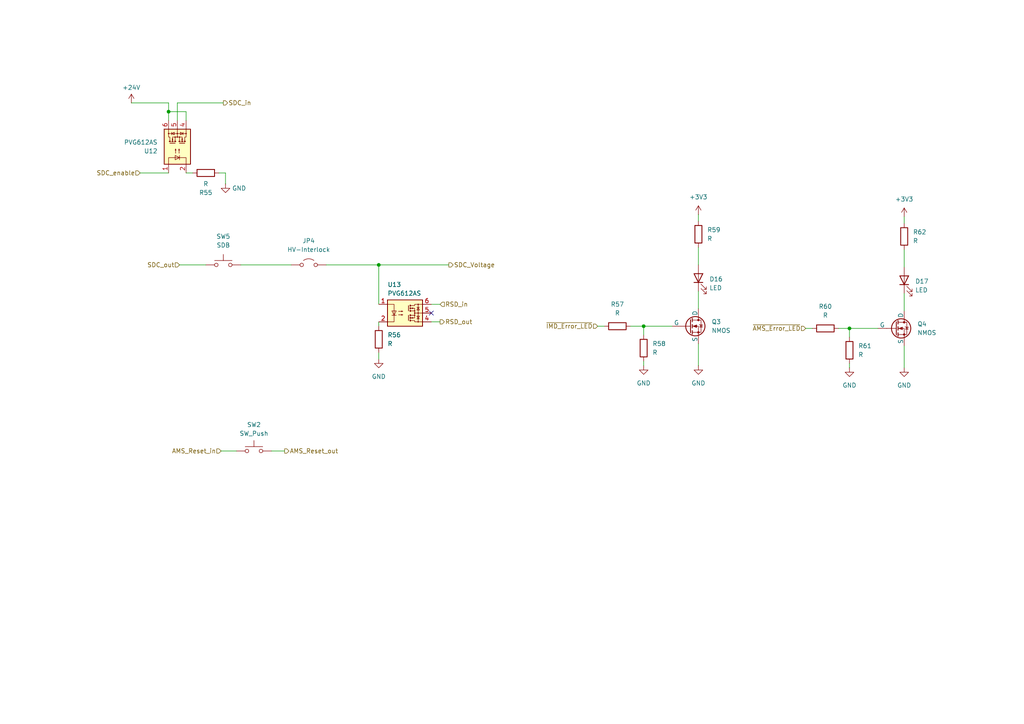
<source format=kicad_sch>
(kicad_sch (version 20231120) (generator "eeschema") (generator_version "8.0")
  (paper "A4")
  (lib_symbols
    (symbol "Device:LED" (pin_numbers hide) (pin_names (offset 1.016) hide)
      (property "Reference" "D" (at 0 2.54 0))
      (property "Value" "LED" (at 0 -2.54 0))
      (symbol "LED_0_1"
        (polyline (pts (xy -1.27 -1.27) (xy -1.27 1.27)) (stroke (width 0.254)))
        (polyline (pts (xy -1.27 0) (xy 1.27 0)))
        (polyline (pts (xy 1.27 -1.27) (xy 1.27 1.27) (xy -1.27 0) (xy 1.27 -1.27)) (stroke (width 0.254)))
        (polyline (pts (xy -3.048 -0.762) (xy -4.572 -2.286) (xy -3.81 -2.286) (xy -4.572 -2.286) (xy -4.572 -1.524)))
        (polyline (pts (xy -1.778 -0.762) (xy -3.302 -2.286) (xy -2.54 -2.286) (xy -3.302 -2.286) (xy -3.302 -1.524)))
      )
      (symbol "LED_1_1"
        (pin passive line (at -3.81 0 0) (length 2.54) (name "K") (number "1"))
        (pin passive line (at 3.81 0 180) (length 2.54) (name "A") (number "2"))
      )
    )
    (symbol "Device:R" (pin_numbers hide) (pin_names (offset 0))
      (property "Reference" "R" (at 2.032 0 90))
      (property "Value" "R" (at 0 0 90))
      (symbol "R_0_1"
        (rectangle (start -1.016 -2.54) (end 1.016 2.54) (stroke (width 0.254)))
      )
      (symbol "R_1_1"
        (pin passive line (at 0 3.81 270) (length 1.27) (name "~") (number "1"))
        (pin passive line (at 0 -3.81 90) (length 1.27) (name "~") (number "2"))
      )
    )
    (symbol "FaSTTUBe_Power-Switches:PVG612AS"
      (property "Reference" "U" (at -3.81 5.08 0))
      (property "Value" "PVG612AS" (at 0 -5.08 0))
      (symbol "PVG612AS_0_1"
        (rectangle (start -5.08 3.81) (end 5.08 -3.81) (stroke (width 0.254)) (fill (type background)))
        (polyline (pts (xy -3.81 -0.635) (xy -2.54 -0.635)))
        (polyline (pts (xy 1.016 -0.635) (xy 1.016 -2.159)) (stroke (width 0.2032)))
        (polyline (pts (xy 1.016 2.159) (xy 1.016 0.635)) (stroke (width 0.2032)))
        (polyline (pts (xy 1.524 -0.508) (xy 1.524 -0.762)) (stroke (width 0.3556)))
        (polyline (pts (xy 2.794 0) (xy 5.08 0)))
        (polyline (pts (xy 3.429 -1.651) (xy 4.191 -1.651)))
        (polyline (pts (xy 3.429 1.651) (xy 4.191 1.651)))
        (polyline (pts (xy 3.81 -2.54) (xy 3.81 2.54)))
        (polyline (pts (xy 1.524 -2.032) (xy 1.524 -2.286) (xy 1.524 -2.286)) (stroke (width 0.3556)))
        (polyline (pts (xy 1.524 -1.27) (xy 1.524 -1.524) (xy 1.524 -1.524)) (stroke (width 0.3556)))
        (polyline (pts (xy 1.524 0.762) (xy 1.524 0.508) (xy 1.524 0.508)) (stroke (width 0.3556)))
        (polyline (pts (xy 1.524 1.524) (xy 1.524 1.27) (xy 1.524 1.27)) (stroke (width 0.3556)))
        (polyline (pts (xy 1.524 2.286) (xy 1.524 2.032) (xy 1.524 2.032)) (stroke (width 0.3556)))
        (polyline (pts (xy 1.651 -1.397) (xy 2.794 -1.397) (xy 2.794 -0.635)))
        (polyline (pts (xy 1.651 1.397) (xy 2.794 1.397) (xy 2.794 0.635)))
        (polyline (pts (xy -5.08 2.54) (xy -3.175 2.54) (xy -3.175 -2.54) (xy -5.08 -2.54)))
        (polyline (pts (xy -3.175 -0.635) (xy -3.81 0.635) (xy -2.54 0.635) (xy -3.175 -0.635)))
        (polyline (pts (xy 1.651 -2.159) (xy 2.794 -2.159) (xy 2.794 -2.54) (xy 5.08 -2.54)))
        (polyline (pts (xy 1.651 -0.635) (xy 2.794 -0.635) (xy 2.794 0.635) (xy 1.651 0.635)))
        (polyline (pts (xy 1.651 2.159) (xy 2.794 2.159) (xy 2.794 2.54) (xy 5.08 2.54)))
        (polyline (pts (xy 1.778 -1.397) (xy 2.286 -1.27) (xy 2.286 -1.524) (xy 1.778 -1.397)))
        (polyline (pts (xy 1.778 1.397) (xy 2.286 1.524) (xy 2.286 1.27) (xy 1.778 1.397)))
        (polyline (pts (xy 3.81 -1.651) (xy 3.429 -0.889) (xy 4.191 -0.889) (xy 3.81 -1.651)))
        (polyline (pts (xy 3.81 1.651) (xy 3.429 0.889) (xy 4.191 0.889) (xy 3.81 1.651)))
        (polyline (pts (xy -1.905 -0.508) (xy -0.635 -0.508) (xy -1.016 -0.635) (xy -1.016 -0.381) (xy -0.635 -0.508)))
        (polyline (pts (xy -1.905 0.508) (xy -0.635 0.508) (xy -1.016 0.381) (xy -1.016 0.635) (xy -0.635 0.508)))
        (circle (center 2.794 -0.635) (radius 0.127))
        (circle (center 2.794 0) (radius 0.127))
        (circle (center 2.794 0.635) (radius 0.127))
        (circle (center 3.81 -2.54) (radius 0.127))
        (circle (center 3.81 0) (radius 0.127))
        (circle (center 3.81 2.54) (radius 0.127))
      )
      (symbol "PVG612AS_1_1"
        (pin passive line (at -7.62 2.54 0) (length 2.54) (name "~") (number "1"))
        (pin passive line (at -7.62 -2.54 0) (length 2.54) (name "~") (number "2"))
        (pin no_connect line (at -5.08 0 0) (length 2.54) hide (name "~") (number "3"))
        (pin passive line (at 7.62 -2.54 180) (length 2.54) (name "~") (number "4"))
        (pin passive line (at 7.62 0 180) (length 2.54) (name "~") (number "5"))
        (pin passive line (at 7.62 2.54 180) (length 2.54) (name "~") (number "6"))
      )
    )
    (symbol "Jumper:Jumper_2_Open" (pin_numbers hide) (pin_names (offset 0) hide) (exclude_from_sim yes)
      (property "Reference" "JP" (at 0 2.794 0))
      (property "Value" "Jumper_2_Open" (at 0 -2.286 0))
      (symbol "Jumper_2_Open_0_0"
        (circle (center -2.032 0) (radius 0.508))
        (circle (center 2.032 0) (radius 0.508))
      )
      (symbol "Jumper_2_Open_0_1"
        (arc (start 1.524 1.27) (mid 0 1.778) (end -1.524 1.27))
      )
      (symbol "Jumper_2_Open_1_1"
        (pin passive line (at -5.08 0 0) (length 2.54) (name "A") (number "1"))
        (pin passive line (at 5.08 0 180) (length 2.54) (name "B") (number "2"))
      )
    )
    (symbol "Simulation_SPICE:NMOS" (pin_numbers hide) (pin_names (offset 0))
      (property "Reference" "Q" (at 5.08 1.27 0))
      (property "Value" "NMOS" (at 5.08 -1.27 0))
      (symbol "NMOS_0_1"
        (polyline (pts (xy 0.254 0) (xy -2.54 0)))
        (polyline (pts (xy 0.254 1.905) (xy 0.254 -1.905)) (stroke (width 0.254)))
        (polyline (pts (xy 0.762 -1.27) (xy 0.762 -2.286)) (stroke (width 0.254)))
        (polyline (pts (xy 0.762 0.508) (xy 0.762 -0.508)) (stroke (width 0.254)))
        (polyline (pts (xy 0.762 2.286) (xy 0.762 1.27)) (stroke (width 0.254)))
        (polyline (pts (xy 2.54 2.54) (xy 2.54 1.778)))
        (polyline (pts (xy 2.54 -2.54) (xy 2.54 0) (xy 0.762 0)))
        (polyline (pts (xy 0.762 -1.778) (xy 3.302 -1.778) (xy 3.302 1.778) (xy 0.762 1.778)))
        (polyline (pts (xy 1.016 0) (xy 2.032 0.381) (xy 2.032 -0.381) (xy 1.016 0)) (fill (type outline)))
        (polyline (pts (xy 2.794 0.508) (xy 2.921 0.381) (xy 3.683 0.381) (xy 3.81 0.254)))
        (polyline (pts (xy 3.302 0.381) (xy 2.921 -0.254) (xy 3.683 -0.254) (xy 3.302 0.381)))
        (circle (center 1.651 0) (radius 2.794) (stroke (width 0.254)))
        (circle (center 2.54 -1.778) (radius 0.254) (fill (type outline)))
        (circle (center 2.54 1.778) (radius 0.254) (fill (type outline)))
      )
      (symbol "NMOS_1_1"
        (pin passive line (at 2.54 5.08 270) (length 2.54) (name "D") (number "1"))
        (pin input line (at -5.08 0 0) (length 2.54) (name "G") (number "2"))
        (pin passive line (at 2.54 -5.08 90) (length 2.54) (name "S") (number "3"))
      )
    )
    (symbol "Switch:SW_Push" (pin_numbers hide) (pin_names (offset 1.016) hide)
      (property "Reference" "SW" (at 1.27 2.54 0))
      (property "Value" "SW_Push" (at 0 -1.524 0))
      (symbol "SW_Push_0_1"
        (circle (center -2.032 0) (radius 0.508))
        (polyline (pts (xy 0 1.27) (xy 0 3.048)))
        (polyline (pts (xy 2.54 1.27) (xy -2.54 1.27)))
        (circle (center 2.032 0) (radius 0.508))
        (pin passive line (at -5.08 0 0) (length 2.54) (name "1") (number "1"))
        (pin passive line (at 5.08 0 180) (length 2.54) (name "2") (number "2"))
      )
    )
    (symbol "power:+24V" (power) (pin_numbers hide) (pin_names (offset 0) hide)
      (property "Value" "+24V" (at 0 3.556 0))
      (symbol "+24V_0_1"
        (polyline (pts (xy -0.762 1.27) (xy 0 2.54)))
        (polyline (pts (xy 0 0) (xy 0 2.54)))
        (polyline (pts (xy 0 2.54) (xy 0.762 1.27)))
      )
      (symbol "+24V_1_1"
        (pin power_in line (at 0 0 90) (length 0) (name "~") (number "1"))
      )
    )
    (symbol "power:+3V3" (power) (pin_numbers hide) (pin_names (offset 0) hide)
      (property "Value" "+3V3" (at 0 3.556 0))
      (symbol "+3V3_0_1"
        (polyline (pts (xy -0.762 1.27) (xy 0 2.54)))
        (polyline (pts (xy 0 0) (xy 0 2.54)))
        (polyline (pts (xy 0 2.54) (xy 0.762 1.27)))
      )
      (symbol "+3V3_1_1"
        (pin power_in line (at 0 0 90) (length 0) (name "~") (number "1"))
      )
    )
    (symbol "power:GND" (power) (pin_numbers hide) (pin_names (offset 0) hide)
      (property "Value" "GND" (at 0 -3.81 0))
      (symbol "GND_0_1"
        (polyline (pts (xy 0 0) (xy 0 -1.27) (xy 1.27 -1.27) (xy 0 -2.54) (xy -1.27 -1.27) (xy 0 -1.27)))
      )
      (symbol "GND_1_1"
        (pin power_in line (at 0 0 270) (length 0) (name "~") (number "1"))
      )
    )
  )
  (junction (at 48.895 32.385))
  (junction (at 109.855 76.835))
  (junction (at 246.38 95.25))
  (junction (at 186.69 94.615))
  (no_connect (at 125.095 90.805))
  (wire (pts (xy 78.74 130.81) (xy 82.55 130.81)))
  (wire (pts (xy 173.355 94.615) (xy 175.26 94.615)))
  (wire (pts (xy 233.68 95.25) (xy 235.585 95.25)))
  (wire (pts (xy 64.135 130.81) (xy 68.58 130.81)))
  (wire (pts (xy 202.565 99.695) (xy 202.565 106.045)))
  (wire (pts (xy 38.1 29.845) (xy 48.895 29.845)))
  (wire (pts (xy 53.975 34.925) (xy 53.975 32.385)))
  (wire (pts (xy 246.38 95.25) (xy 246.38 97.79)))
  (wire (pts (xy 63.5 50.165) (xy 65.405 50.165)))
  (wire (pts (xy 127.635 88.265) (xy 125.095 88.265)))
  (wire (pts (xy 52.07 76.835) (xy 59.69 76.835)))
  (wire (pts (xy 262.255 100.33) (xy 262.255 106.68)))
  (wire (pts (xy 125.095 93.345) (xy 127.635 93.345)))
  (wire (pts (xy 48.895 34.925) (xy 48.895 32.385)))
  (wire (pts (xy 262.255 85.09) (xy 262.255 90.17)))
  (wire (pts (xy 243.205 95.25) (xy 246.38 95.25)))
  (wire (pts (xy 109.855 76.835) (xy 130.175 76.835)))
  (wire (pts (xy 109.855 102.235) (xy 109.855 104.14)))
  (wire (pts (xy 109.855 93.345) (xy 109.855 94.615)))
  (wire (pts (xy 109.855 76.835) (xy 109.855 88.265)))
  (wire (pts (xy 262.255 62.865) (xy 262.255 64.77)))
  (wire (pts (xy 186.69 94.615) (xy 194.945 94.615)))
  (wire (pts (xy 182.88 94.615) (xy 186.69 94.615)))
  (wire (pts (xy 40.64 50.165) (xy 48.895 50.165)))
  (wire (pts (xy 202.565 62.23) (xy 202.565 64.135)))
  (wire (pts (xy 202.565 71.755) (xy 202.565 76.835)))
  (wire (pts (xy 65.405 50.165) (xy 65.405 53.34)))
  (wire (pts (xy 48.895 32.385) (xy 53.975 32.385)))
  (wire (pts (xy 51.435 29.845) (xy 64.77 29.845)))
  (wire (pts (xy 186.69 94.615) (xy 186.69 97.155)))
  (wire (pts (xy 51.435 34.925) (xy 51.435 29.845)))
  (wire (pts (xy 94.615 76.835) (xy 109.855 76.835)))
  (wire (pts (xy 69.85 76.835) (xy 84.455 76.835)))
  (wire (pts (xy 48.895 32.385) (xy 48.895 29.845)))
  (wire (pts (xy 53.975 50.165) (xy 55.88 50.165)))
  (wire (pts (xy 262.255 72.39) (xy 262.255 77.47)))
  (wire (pts (xy 246.38 95.25) (xy 254.635 95.25)))
  (wire (pts (xy 246.38 106.68) (xy 246.38 105.41)))
  (wire (pts (xy 186.69 106.045) (xy 186.69 104.775)))
  (wire (pts (xy 202.565 84.455) (xy 202.565 89.535)))
  (hierarchical_label "SDC_out" (shape input) (at 52.07 76.835 180))
  (hierarchical_label "RSD_in" (shape input) (at 127.635 88.265 0))
  (hierarchical_label "~{AMS_Error_LED}" (shape input) (at 233.68 95.25 180))
  (hierarchical_label "~{IMD_Error_LED}" (shape input) (at 173.355 94.615 180))
  (hierarchical_label "SDC_in" (shape output) (at 64.77 29.845 0))
  (hierarchical_label "AMS_Reset_in" (shape input) (at 64.135 130.81 180))
  (hierarchical_label "SDC_enable" (shape input) (at 40.64 50.165 180))
  (hierarchical_label "SDC_Voltage" (shape output) (at 130.175 76.835 0))
  (hierarchical_label "AMS_Reset_out" (shape output) (at 82.55 130.81 0))
  (hierarchical_label "RSD_out" (shape output) (at 127.635 93.345 0))
  (symbol (lib_id "Device:R") (at 262.255 68.58 180) (unit 1)
    (property "Reference" "R62" (at 264.795 67.3099 0) (effects (justify right)))
    (property "Value" "R" (at 264.795 69.8499 0) (effects (justify right)))
    (property "Description" "Resistor" (effects (hide yes)))
  )
  (symbol (lib_id "Device:R") (at 179.07 94.615 270) (unit 1)
    (property "Reference" "R57" (at 179.07 88.265 90))
    (property "Value" "R" (at 179.07 90.805 90))
    (property "Footprint" "Resistor_SMD:R_0603_1608Metric" (effects (hide yes)))
    (property "Description" "Resistor" (effects (hide yes)))
  )
  (symbol (lib_id "Device:R") (at 186.69 100.965 180) (unit 1)
    (property "Reference" "R58" (at 189.23 99.6949 0) (effects (justify right)))
    (property "Value" "R" (at 189.23 102.2349 0) (effects (justify right)))
    (property "Footprint" "Resistor_SMD:R_0603_1608Metric" (effects (hide yes)))
    (property "Description" "Resistor" (effects (hide yes)))
  )
  (symbol (lib_id "power:GND") (at 65.405 53.34 0) (mirror y) (unit 1)
    (property "Reference" "#PWR0118" (effects (hide yes)))
    (property "Value" "GND" (at 67.31 54.6099 0) (effects (justify right)))
    (property "Description" "Power symbol creates a global label with name \"GND\" , ground" (effects (hide yes)))
  )
  (symbol (lib_id "power:GND") (at 246.38 106.68 0) (unit 1)
    (property "Reference" "#PWR0123" (effects (hide yes)))
    (property "Value" "GND" (at 246.38 111.76 0))
    (property "Description" "Power symbol creates a global label with name \"GND\" , ground" (effects (hide yes)))
  )
  (symbol (lib_id "Device:R") (at 202.565 67.945 180) (unit 1)
    (property "Reference" "R59" (at 205.105 66.6749 0) (effects (justify right)))
    (property "Value" "R" (at 205.105 69.2149 0) (effects (justify right)))
    (property "Description" "Resistor" (effects (hide yes)))
  )
  (symbol (lib_id "Device:R") (at 109.855 98.425 180) (unit 1)
    (property "Reference" "R56" (at 112.395 97.1549 0) (effects (justify right)))
    (property "Value" "R" (at 112.395 99.6949 0) (effects (justify right)))
    (property "Description" "Resistor" (effects (hide yes)))
  )
  (symbol (lib_id "power:+3V3") (at 202.565 62.23 0) (unit 1)
    (property "Reference" "#PWR0121" (effects (hide yes)))
    (property "Value" "+3V3" (at 202.565 57.15 0))
    (property "Description" "Power symbol creates a global label with name \"+3V3\"" (effects (hide yes)))
  )
  (symbol (lib_id "Simulation_SPICE:NMOS") (at 200.025 94.615 0) (unit 1)
    (property "Reference" "Q3" (at 206.375 93.3449 0) (effects (justify left)))
    (property "Value" "NMOS" (at 206.375 95.8849 0) (effects (justify left)))
    (property "Datasheet" "https://ngspice.sourceforge.io/docs/ngspice-html-manual/manual.xhtml#cha_MOSFETs" (effects (hide yes)))
    (property "Description" "N-MOSFET transistor, drain/source/gate" (effects (hide yes)))
    (property "Sim.Device" "NMOS" (effects (hide yes)))
    (property "Sim.Type" "VDMOS" (effects (hide yes)))
    (property "Sim.Pins" "1=D 2=G 3=S" (effects (hide yes)))
  )
  (symbol (lib_id "Device:R") (at 239.395 95.25 270) (unit 1)
    (property "Reference" "R60" (at 239.395 88.9 90))
    (property "Value" "R" (at 239.395 91.44 90))
    (property "Footprint" "Resistor_SMD:R_0603_1608Metric" (effects (hide yes)))
    (property "Description" "Resistor" (effects (hide yes)))
  )
  (symbol (lib_id "Jumper:Jumper_2_Open") (at 89.535 76.835 0) (unit 1) (exclude_from_sim yes)
    (property "Reference" "JP4" (at 89.535 69.85 0))
    (property "Value" "HV-Interlock" (at 89.535 72.39 0))
    (property "Footprint" "FaSTTUBe_connectors:Micro_Mate-N-Lok_2p_vertical" (effects (hide yes)))
    (property "Description" "Jumper, 2-pole, open" (effects (hide yes)))
  )
  (symbol (lib_id "power:GND") (at 186.69 106.045 0) (unit 1)
    (property "Reference" "#PWR0120" (effects (hide yes)))
    (property "Value" "GND" (at 186.69 111.125 0))
    (property "Description" "Power symbol creates a global label with name \"GND\" , ground" (effects (hide yes)))
  )
  (symbol (lib_id "Device:R") (at 59.69 50.165 90) (mirror x) (unit 1)
    (property "Reference" "R55" (at 59.69 55.88 90))
    (property "Value" "R" (at 59.69 53.34 90))
    (property "Description" "Resistor" (effects (hide yes)))
  )
  (symbol (lib_id "Device:LED") (at 202.565 80.645 90) (unit 1)
    (property "Reference" "D16" (at 205.74 80.9624 90) (effects (justify right)))
    (property "Value" "LED" (at 205.74 83.5024 90) (effects (justify right)))
    (property "Description" "Light emitting diode" (effects (hide yes)))
  )
  (symbol (lib_id "Device:R") (at 246.38 101.6 180) (unit 1)
    (property "Reference" "R61" (at 248.92 100.3299 0) (effects (justify right)))
    (property "Value" "R" (at 248.92 102.8699 0) (effects (justify right)))
    (property "Footprint" "Resistor_SMD:R_0603_1608Metric" (effects (hide yes)))
    (property "Description" "Resistor" (effects (hide yes)))
  )
  (symbol (lib_id "Device:LED") (at 262.255 81.28 90) (unit 1)
    (property "Reference" "D17" (at 265.43 81.5974 90) (effects (justify right)))
    (property "Value" "LED" (at 265.43 84.1374 90) (effects (justify right)))
    (property "Description" "Light emitting diode" (effects (hide yes)))
  )
  (symbol (lib_id "power:GND") (at 202.565 106.045 0) (unit 1)
    (property "Reference" "#PWR0122" (effects (hide yes)))
    (property "Value" "GND" (at 202.565 111.125 0))
    (property "Description" "Power symbol creates a global label with name \"GND\" , ground" (effects (hide yes)))
  )
  (symbol (lib_id "Switch:SW_Push") (at 64.77 76.835 0) (unit 1)
    (property "Reference" "SW5" (at 64.77 68.58 0))
    (property "Value" "SDB" (at 64.77 71.12 0))
    (property "Footprint" "FaSTTUBe_connectors:Micro_Mate-N-Lok_2p_vertical" (effects (hide yes)))
    (property "Description" "Push button switch, generic, two pins" (effects (hide yes)))
  )
  (symbol (lib_id "power:GND") (at 262.255 106.68 0) (unit 1)
    (property "Reference" "#PWR0125" (effects (hide yes)))
    (property "Value" "GND" (at 262.255 111.76 0))
    (property "Description" "Power symbol creates a global label with name \"GND\" , ground" (effects (hide yes)))
  )
  (symbol (lib_id "Simulation_SPICE:NMOS") (at 259.715 95.25 0) (unit 1)
    (property "Reference" "Q4" (at 266.065 93.9799 0) (effects (justify left)))
    (property "Value" "NMOS" (at 266.065 96.5199 0) (effects (justify left)))
    (property "Datasheet" "https://ngspice.sourceforge.io/docs/ngspice-html-manual/manual.xhtml#cha_MOSFETs" (effects (hide yes)))
    (property "Description" "N-MOSFET transistor, drain/source/gate" (effects (hide yes)))
    (property "Sim.Device" "NMOS" (effects (hide yes)))
    (property "Sim.Type" "VDMOS" (effects (hide yes)))
    (property "Sim.Pins" "1=D 2=G 3=S" (effects (hide yes)))
  )
  (symbol (lib_id "power:+24V") (at 38.1 29.845 0) (unit 1)
    (property "Reference" "#PWR0172" (effects (hide yes)))
    (property "Value" "+24V" (at 38.1 25.4 0))
    (property "Description" "Power symbol creates a global label with name \"+24V\"" (effects (hide yes)))
  )
  (symbol (lib_id "power:+3V3") (at 262.255 62.865 0) (unit 1)
    (property "Reference" "#PWR0124" (effects (hide yes)))
    (property "Value" "+3V3" (at 262.255 57.785 0))
    (property "Description" "Power symbol creates a global label with name \"+3V3\"" (effects (hide yes)))
  )
  (symbol (lib_id "FaSTTUBe_Power-Switches:PVG612AS") (at 51.435 42.545 90) (unit 1)
    (property "Reference" "U12" (at 45.72 43.8151 90) (effects (justify left)))
    (property "Value" "PVG612AS" (at 45.72 41.2751 90) (effects (justify left)))
    (property "Footprint" "Package_DIP:SMDIP-6_W9.53mm" (effects (hide yes)))
    (property "Datasheet" "https://www.infineon.com/dgdl/Infineon-PVG612A-DataSheet-v01_00-EN.pdf?fileId=5546d462533600a401535683ca14293a" (effects (hide yes)))
    (property "Description" "Photo MOSFET optically coupled, 60VDC, 4A, 35mohm, Isolation 4000 VRMS, SMDIP-6" (effects (hide yes)))
  )
  (symbol (lib_id "Switch:SW_Push") (at 73.66 130.81 0) (unit 1)
    (property "Reference" "SW2" (at 73.66 123.19 0))
    (property "Value" "SW_Push" (at 73.66 125.73 0))
    (property "Footprint" "FaSTTUBe_connectors:Micro_Mate-N-Lok_2p_vertical" (effects (hide yes)))
    (property "Description" "Push button switch, generic, two pins" (effects (hide yes)))
  )
  (symbol (lib_id "power:GND") (at 109.855 104.14 0) (unit 1)
    (property "Reference" "#PWR0119" (effects (hide yes)))
    (property "Value" "GND" (at 109.855 109.22 0))
    (property "Description" "Power symbol creates a global label with name \"GND\" , ground" (effects (hide yes)))
  )
  (symbol (lib_id "FaSTTUBe_Power-Switches:PVG612AS") (at 117.475 90.805 0) (unit 1)
    (property "Reference" "U13" (at 112.395 82.55 0) (effects (justify left)))
    (property "Value" "PVG612AS" (at 112.395 85.09 0) (effects (justify left)))
    (property "Footprint" "Package_DIP:SMDIP-6_W9.53mm" (effects (hide yes)))
    (property "Datasheet" "https://www.infineon.com/dgdl/Infineon-PVG612A-DataSheet-v01_00-EN.pdf?fileId=5546d462533600a401535683ca14293a" (effects (hide yes)))
    (property "Description" "Photo MOSFET optically coupled, 60VDC, 4A, 35mohm, Isolation 4000 VRMS, SMDIP-6" (effects (hide yes)))
  )
)
</source>
